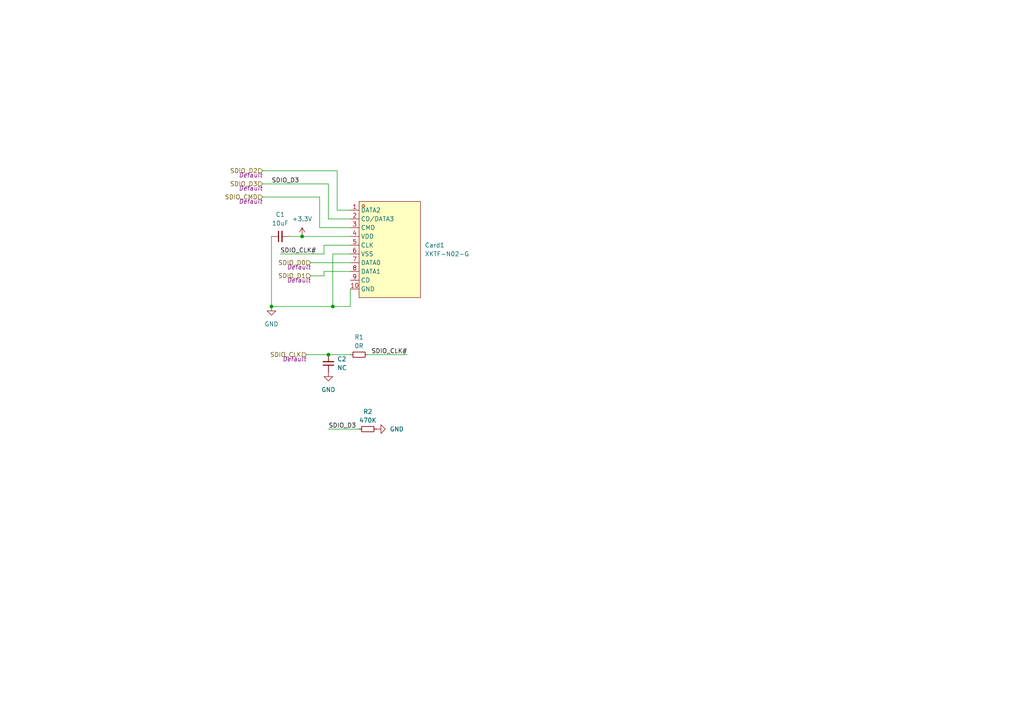
<source format=kicad_sch>
(kicad_sch (version 20230121) (generator eeschema)
  (paper "A4")
  (title_block (title "BL808 Dev Board") (date "2023-11-09"))
  (lib_symbols
    (symbol "Device:C_Small" (pin_numbers hide) (pin_names (offset 0.254) hide)
      (property "Reference" "C" (at 0.254 1.778 0))
      (property "Value" "C_Small" (at 0.254 -2.032 0))
      (symbol "C_Small_0_1"
        (polyline (pts (xy -1.524 -0.508) (xy 1.524 -0.508)) (stroke (width 0.3302)))
        (polyline (pts (xy -1.524 0.508) (xy 1.524 0.508)) (stroke (width 0.3048)))
      )
      (symbol "C_Small_1_1"
        (pin passive line (at 0 2.54 270) (length 2.032) (name "~") (number "1"))
        (pin passive line (at 0 -2.54 90) (length 2.032) (name "~") (number "2"))
      )
    )
    (symbol "Device:R_Small" (pin_numbers hide) (pin_names (offset 0.254) hide)
      (property "Reference" "R" (at 0.762 0.508 0))
      (property "Value" "R_Small" (at 0.762 -1.016 0))
      (symbol "R_Small_0_1"
        (rectangle (start -0.762 1.778) (end 0.762 -1.778) (stroke (width 0.2032)))
      )
      (symbol "R_Small_1_1"
        (pin passive line (at 0 2.54 270) (length 0.762) (name "~") (number "1"))
        (pin passive line (at 0 -2.54 90) (length 0.762) (name "~") (number "2"))
      )
    )
    (symbol "lcsc:XKTF-N02-G"
      (property "Reference" "Card" (at 0 16.51 0))
      (property "Value" "XKTF-N02-G" (at 0 -16.51 0))
      (symbol "XKTF-N02-G_0_1"
        (rectangle (start -8.89 13.97) (end 8.89 -13.97) (fill (type background)))
        (circle (center -7.62 12.7) (radius 0.38))
        (pin unspecified line (at -11.43 11.43 0) (length 2.54) (name "DATA2") (number "1"))
        (pin unspecified line (at -11.43 -11.43 0) (length 2.54) (name "GND") (number "10"))
        (pin unspecified line (at -11.43 8.89 0) (length 2.54) (name "CD/DATA3") (number "2"))
        (pin unspecified line (at -11.43 6.35 0) (length 2.54) (name "CMD") (number "3"))
        (pin unspecified line (at -11.43 3.81 0) (length 2.54) (name "VDD") (number "4"))
        (pin unspecified line (at -11.43 1.27 0) (length 2.54) (name "CLK") (number "5"))
        (pin unspecified line (at -11.43 -1.27 0) (length 2.54) (name "VSS") (number "6"))
        (pin unspecified line (at -11.43 -3.81 0) (length 2.54) (name "DATA0") (number "7"))
        (pin unspecified line (at -11.43 -6.35 0) (length 2.54) (name "DATA1") (number "8"))
        (pin unspecified line (at -11.43 -8.89 0) (length 2.54) (name "CD") (number "9"))
      )
    )
    (symbol "power:+3.3V" (power) (pin_names (offset 0))
      (property "Value" "+3.3V" (at 0 3.556 0))
      (symbol "+3.3V_0_1"
        (polyline (pts (xy -0.762 1.27) (xy 0 2.54)))
        (polyline (pts (xy 0 0) (xy 0 2.54)))
        (polyline (pts (xy 0 2.54) (xy 0.762 1.27)))
      )
      (symbol "+3.3V_1_1"
        (pin power_in line (at 0 0 90) (length 0) hide (name "+3.3V") (number "1"))
      )
    )
    (symbol "power:GND" (power) (pin_names (offset 0))
      (property "Value" "GND" (at 0 -3.81 0))
      (symbol "GND_0_1"
        (polyline (pts (xy 0 0) (xy 0 -1.27) (xy 1.27 -1.27) (xy 0 -2.54) (xy -1.27 -1.27) (xy 0 -1.27)))
      )
      (symbol "GND_1_1"
        (pin power_in line (at 0 0 270) (length 0) hide (name "GND") (number "1"))
      )
    )
  )
  (junction (at 78.74 88.9))
  (junction (at 95.25 102.87))
  (junction (at 87.63 68.58))
  (junction (at 96.52 88.9))
  (wire (pts (xy 93.98 78.74) (xy 101.6 78.74)))
  (wire (pts (xy 101.6 88.9) (xy 101.6 83.82)))
  (wire (pts (xy 97.79 49.53) (xy 97.79 60.96)))
  (wire (pts (xy 93.98 80.01) (xy 93.98 78.74)))
  (wire (pts (xy 81.28 73.66) (xy 93.98 73.66)))
  (wire (pts (xy 106.68 102.87) (xy 118.11 102.87)))
  (wire (pts (xy 95.25 63.5) (xy 101.6 63.5)))
  (wire (pts (xy 76.2 53.34) (xy 95.25 53.34)))
  (wire (pts (xy 87.63 68.58) (xy 101.6 68.58)))
  (wire (pts (xy 92.71 57.15) (xy 92.71 66.04)))
  (wire (pts (xy 76.2 49.53) (xy 97.79 49.53)))
  (wire (pts (xy 88.9 102.87) (xy 95.25 102.87)))
  (wire (pts (xy 97.79 60.96) (xy 101.6 60.96)))
  (wire (pts (xy 101.6 73.66) (xy 96.52 73.66)))
  (wire (pts (xy 90.17 76.2) (xy 101.6 76.2)))
  (wire (pts (xy 78.74 88.9) (xy 96.52 88.9)))
  (wire (pts (xy 83.82 68.58) (xy 87.63 68.58)))
  (wire (pts (xy 90.17 80.01) (xy 93.98 80.01)))
  (wire (pts (xy 76.2 57.15) (xy 92.71 57.15)))
  (wire (pts (xy 95.25 124.46) (xy 104.14 124.46)))
  (wire (pts (xy 92.71 66.04) (xy 101.6 66.04)))
  (wire (pts (xy 78.74 68.58) (xy 78.74 88.9)))
  (wire (pts (xy 96.52 73.66) (xy 96.52 88.9)))
  (wire (pts (xy 95.25 102.87) (xy 101.6 102.87)))
  (wire (pts (xy 93.98 71.12) (xy 93.98 73.66)))
  (wire (pts (xy 101.6 71.12) (xy 93.98 71.12)))
  (wire (pts (xy 96.52 88.9) (xy 101.6 88.9)))
  (wire (pts (xy 95.25 53.34) (xy 95.25 63.5)))
  (label "SDIO_CLK#" (at 81.28 73.66 0))
  (label "SDIO_CLK#" (at 118.11 102.87 180))
  (label "SDIO_D3" (at 95.25 124.46 0))
  (label "SDIO_D3" (at 78.74 53.34 0))
  (hierarchical_label "SDIO_CLK" (shape input) (at 88.9 102.87 180) (property "Netclass" "Default" (at 88.9 104.14 0) (effects (font italic) (justify right))))
  (hierarchical_label "SDIO_D3" (shape input) (at 76.2 53.34 180) (property "Netclass" "Default" (at 76.2 54.61 0) (effects (font italic) (justify right))))
  (hierarchical_label "SDIO_D1" (shape input) (at 90.17 80.01 180) (property "Netclass" "Default" (at 90.17 81.28 0) (effects (font italic) (justify right))))
  (hierarchical_label "SDIO_D2" (shape input) (at 76.2 49.53 180) (property "Netclass" "Default" (at 76.2 50.8 0) (effects (font italic) (justify right))))
  (hierarchical_label "SDIO_CMD" (shape input) (at 76.2 57.15 180) (property "Netclass" "Default" (at 76.2 58.42 0) (effects (font italic) (justify right))))
  (hierarchical_label "SDIO_D0" (shape input) (at 90.17 76.2 180) (property "Netclass" "Default" (at 90.17 77.47 0) (effects (font italic) (justify right))))
  (symbol (lib_id "power:GND") (at 78.74 88.9 0) (unit 1)
    (property "Reference" "#PWR01" (effects hide))
    (property "Value" "GND" (at 78.74 93.98 0))
  )
  (symbol (lib_id "lcsc:XKTF-N02-G") (at 113.03 72.39 0) (unit 1)
    (property "Reference" "Card1" (at 123.19 71.12 0) (effects (justify left)))
    (property "Value" "XKTF-N02-G" (at 123.19 73.66 0) (effects (justify left)))
    (property "Footprint" "lcsc:TF-SMD_XKTF-N02-G" (effects hide))
    (property "Datasheet" "https://lcsc.com/product-detail/Card-Sockets-Connectors_XKB-Connectivity-XKTF-N02-G_C1121875.html" (effects hide))
    (property "LCSC Part" "C1121875" (effects hide))
  )
  (symbol (lib_id "power:GND") (at 95.25 107.95 0) (unit 1)
    (property "Reference" "#PWR03" (effects hide))
    (property "Value" "GND" (at 95.25 113.03 0))
  )
  (symbol (lib_id "Device:R_Small") (at 106.68 124.46 90) (unit 1)
    (property "Reference" "R2" (at 106.68 119.38 90))
    (property "Value" "470K" (at 106.68 121.92 90))
  )
  (symbol (lib_id "Device:R_Small") (at 104.14 102.87 90) (unit 1)
    (property "Reference" "R1" (at 104.14 97.79 90))
    (property "Value" "0R" (at 104.14 100.33 90))
  )
  (symbol (lib_id "power:GND") (at 109.22 124.46 90) (unit 1)
    (property "Reference" "#PWR04" (effects hide))
    (property "Value" "GND" (at 113.03 124.46 90) (effects (justify right)))
  )
  (symbol (lib_id "Device:C_Small") (at 95.25 105.41 180) (unit 1)
    (property "Reference" "C2" (at 97.79 104.1336 0) (effects (justify right)))
    (property "Value" "NC" (at 97.79 106.6736 0) (effects (justify right)))
  )
  (symbol (lib_id "power:+3.3V") (at 87.63 68.58 0) (unit 1)
    (property "Reference" "#PWR02" (effects hide))
    (property "Value" "+3.3V" (at 87.63 63.5 0))
  )
  (symbol (lib_id "Device:C_Small") (at 81.28 68.58 90) (unit 1)
    (property "Reference" "C1" (at 81.2863 62.23 90))
    (property "Value" "10uF" (at 81.2863 64.77 90))
  )
)
</source>
